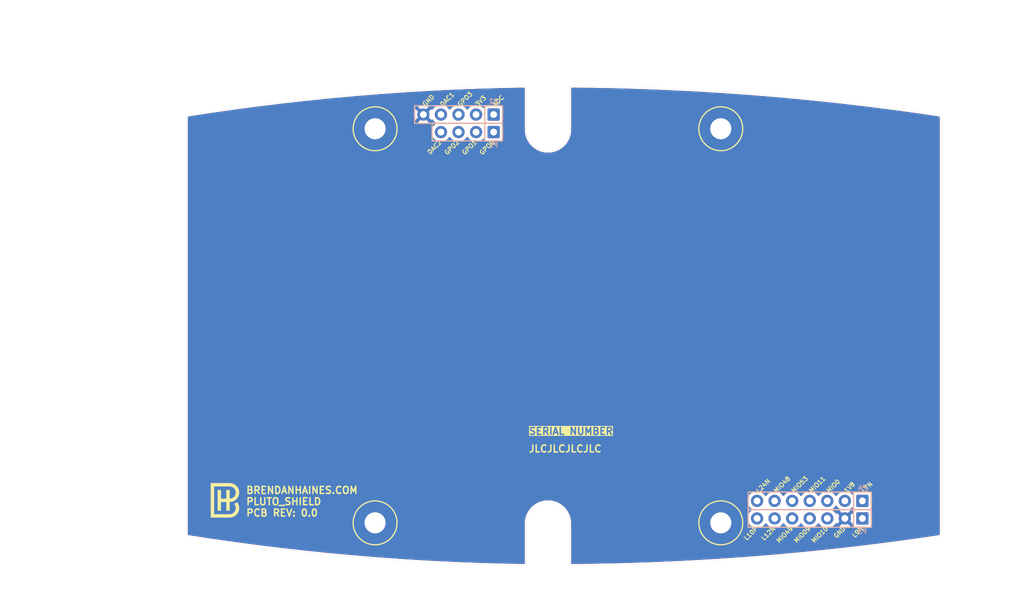
<source format=kicad_pcb>
(kicad_pcb (version 20240108) (generator "pcbnew") (generator_version "8.0")
  (title_block (title "${PROJECT_NAME}") (rev "${PCB_REVISION}") (company "BRENDANHAINES.COM"))
  (layers (0 "F.Cu" signal) (1 "In1.Cu" signal) (2 "In2.Cu" signal) (31 "B.Cu" signal) (34 "B.Paste" user) (35 "F.Paste" user) (36 "B.SilkS" user "B.Silkscreen") (37 "F.SilkS" user "F.Silkscreen") (38 "B.Mask" user) (39 "F.Mask" user) (44 "Edge.Cuts" user))
  (property "PCB_REVISION" "0.0")
  (property "PROJECT_NAME" "PLUTO_SHIELD")
  (net 0 "")
  (net 1 "GND")
  (net 2 "/GPO1")
  (net 3 "/GPO2")
  (net 4 "/DAC2")
  (net 5 "/GPO0")
  (net 6 "/ADC")
  (net 7 "/DAC1")
  (net 8 "/GPO3")
  (net 9 "VDC_3V3")
  (net 10 "/L12N")
  (net 11 "/L9N")
  (net 12 "/L10P")
  (net 13 "/MIO49")
  (net 14 "/MIO09")
  (net 15 "/MIO10")
  (net 16 "/MIO48")
  (net 17 "/MIO11")
  (net 18 "/L24N")
  (net 19 "/MIO0")
  (net 20 "/L7N")
  (net 21 "VDC_1V8")
  (net 22 "/MIO53")
  (footprint "common:MH120X230_#4" (layer "F.Cu") (at 130.0099 123.19)
    (property "Reference" "MH3" (hide yes))
    (property "Value" "Mounting_Hole" (hide yes))
    (fp_circle (center 0 0) (end 3.175 0) (stroke (width 0.1778)) (fill none) (layer "F.SilkS"))
    (pad "1" thru_hole circle (at 0 0) (size 5.842 5.842) (drill 3.048) (layers "*.Cu" "*.Mask") (net 1 "GND"))
  )
  (footprint "common:LOGO_BH" (layer "F.Cu") (at 58.7265 122.3445)
    (property "Reference" "LOGO1" (hide yes))
    (property "Value" "~" (hide yes))
    (fp_poly (pts (xy 0.340334 -4.906285) (xy 0.426334 -4.89815) (xy 0.511644 -4.88464) (xy 0.595939 -4.865795) (xy 0.678894 -4.8417) (xy 0.760165 -4.81244) (xy 0.839439 -4.778135) (xy 0.916405 -4.73892) (xy 0.990754 -4.69495) (xy 1.062204 -4.646395) (xy 1.130454 -4.59345) (xy 1.195245 -4.536325) (xy 1.256325 -4.475245) (xy 1.313449 -4.410455) (xy 1.366394 -4.342205) (xy 1.414949 -4.270755) (xy 1.45892 -4.196405) (xy 1.498135 -4.11944) (xy 1.532439 -4.040165) (xy 1.561699 -3.958895) (xy 1.585795 -3.87594) (xy 1.60464 -3.791645) (xy 1.61815 -3.706335) (xy 1.626285 -3.620335) (xy 1.629 -3.534) (xy 1.626285 -3.447665) (xy 1.61815 -3.361665) (xy 1.60464 -3.276355) (xy 1.585795 -3.19206) (xy 1.561699 -3.109105) (xy 1.532439 -3.027835) (xy 1.498135 -2.94856) (xy 1.45892 -2.871594) (xy 1.414949 -2.797245) (xy 1.366395 -2.725796) (xy 1.31345 -2.657543) (xy 1.256325 -2.592754) (xy 1.195245 -2.531674) (xy 1.130455 -2.474552) (xy 1.062205 -2.421604) (xy 0.990755 -2.373051) (xy 0.916405 -2.329083) (xy 0.83944 -2.289867) (xy 0.760165 -2.255558) (xy 0.678895 -2.226299) (xy 0.59594 -2.202206) (xy 0.511645 -2.183361) (xy 0.426335 -2.169849) (xy 0.340335 -2.161717) (xy 0.254 -2.159) (xy 0.254 -0.909001) (xy -0.246 -0.909001) (xy -0.246 -2.159) (xy -0.996 -2.159) (xy -0.996 -0.909001) (xy -1.496 -0.909001) (xy -1.496 -3.909) (xy -0.996 -3.909) (xy -0.996 -2.659) (xy -0.246 -2.659) (xy -0.246 -3.909) (xy 0.254 -3.909) (xy 0.254 -2.659) (xy 0.30894 -2.660733) (xy 0.363665 -2.665905) (xy 0.417955 -2.674503) (xy 0.4716 -2.686497) (xy 0.524385 -2.701832) (xy 0.576105 -2.720448) (xy 0.62655 -2.742283) (xy 0.67553 -2.767238) (xy 0.72284 -2.795215) (xy 0.768305 -2.826115) (xy 0.81174 -2.859806) (xy 0.852975 -2.89616) (xy 0.89184 -2.935025) (xy 0.928195 -2.97626) (xy 0.961885 -3.019695) (xy 0.992785 -3.06516) (xy 1.02076 -3.11247) (xy 1.04572 -3.16145) (xy 1.067555 -3.211895) (xy 1.08617 -3.263615) (xy 1.101505 -3.3164) (xy 1.113495 -3.370045) (xy 1.122094 -3.424335) (xy 1.12727 -3.47906) (xy 1.129 -3.534) (xy 1.12727 -3.58894) (xy 1.122094 -3.643665) (xy 1.113495 -3.697955) (xy 1.101505 -3.7516) (xy 1.08617 -3.804386) (xy 1.067555 -3.856106) (xy 1.04572 -3.90655) (xy 1.02076 -3.95553) (xy 0.992785 -4.00284) (xy 0.961885 -4.048305) (xy 0.928195 -4.09174) (xy 0.89184 -4.132975) (xy 0.852975 -4.17184) (xy 0.81174 -4.208195) (xy 0.768305 -4.241885) (xy 0.72284 -4.272785) (xy 0.67553 -4.30076) (xy 0.62655 -4.32572) (xy 0.576105 -4.347555) (xy 0.524385 -4.36617) (xy 0.4716 -4.381505) (xy 0.417955 -4.393495) (xy 0.363665 -4.402095) (xy 0.30894 -4.40727) (xy 0.254 -4.409) (xy -1.996 -4.409) (xy -1.996 -0.409001) (xy 0.254 -0.409001) (xy 0.30894 -0.410731) (xy 0.363665 -0.415906) (xy 0.417955 -0.424506) (xy 0.4716 -0.436496) (xy 0.524385 -0.451831) (xy 0.576105 -0.470446) (xy 0.62655 -0.492281) (xy 0.67553 -0.517241) (xy 0.72284 -0.545216) (xy 0.768305 -0.576116) (xy 0.81174 -0.609806) (xy 0.852975 -0.646161) (xy 0.89184 -0.685026) (xy 0.928195 -0.726261) (xy 0.961885 -0.769696) (xy 0.992785 -0.815161) (xy 1.02076 -0.862471) (xy 1.04572 -0.911451) (xy 1.067555 -0.961896) (xy 1.08617 -1.013615) (xy 1.101505 -1.066401) (xy 1.113495 -1.120046) (xy 1.122094 -1.174336) (xy 1.12727 -1.229061) (xy 1.129 -1.284001) (xy 1.12727 -1.338941) (xy 1.122094 -1.393666) (xy 1.113495 -1.447956) (xy 1.101505 -1.501601) (xy 1.08617 -1.554386) (xy 1.067555 -1.606106) (xy 1.04572 -1.65655) (xy 1.02076 -1.705531) (xy 0.992785 -1.752841) (xy 0.961885 -1.798306) (xy 0.928195 -1.841741) (xy 0.89184 -1.882976) (xy 0.87594 -1.898876) (xy 0.89821 -1.906896) (xy 0.99911 -1.950558) (xy 1.097065 -2.00047) (xy 1.19169 -2.056431) (xy 1.28262 -2.118222) (xy 1.32232 -2.149022) (xy 1.366395 -2.092205) (xy 1.414949 -2.020756) (xy 1.45892 -1.946408) (xy 1.498135 -1.869441) (xy 1.53244 -1.790166) (xy 1.5617 -1.708896) (xy 1.585795 -1.625941) (xy 1.60464 -1.541646) (xy 1.61815 -1.456336) (xy 1.626285 -1.370336) (xy 1.629 -1.284001) (xy 1.626285 -1.197666) (xy 1.61815 -1.111666) (xy 1.60464 -1.026356) (xy 1.585795 -0.942061) (xy 1.5617 -0.859106) (xy 1.53244 -0.777836) (xy 1.498135 -0.698561) (xy 1.45892 -0.621596) (xy 1.414949 -0.547247) (xy 1.366395 -0.475796) (xy 1.31345 -0.407547) (xy 1.256325 -0.342756) (xy 1.195245 -0.281676) (xy 1.130455 -0.224551) (xy 1.062205 -0.171607) (xy 0.990755 -0.123051) (xy 0.916405 -0.079081) (xy 0.83944 -0.039866) (xy 0.760165 -0.005561) (xy 0.678895 0.023699) (xy 0.59594 0.047794) (xy 0.511645 0.066639) (xy 0.426335 0.080149) (xy 0.340335 0.088284) (xy 0.254 0.090999) (xy -2.496 0.090999) (xy -2.496 -4.909) (xy 0.254 -4.909)) (fill solid) (layer "F.SilkS"))
  )
  (footprint "common:MH120X230_#4" (layer "F.Cu") (at 130.0099 66.1924)
    (property "Reference" "MH2" (hide yes))
    (property "Value" "Mounting_Hole" (hide yes))
    (fp_circle (center 0 0) (end 3.175 0) (stroke (width 0.1778)) (fill none) (layer "F.SilkS"))
    (pad "1" thru_hole circle (at 0 0) (size 5.842 5.842) (drill 3.048) (layers "*.Cu" "*.Mask") (net 1 "GND"))
  )
  (footprint "common:MH120X230_#4" (layer "F.Cu") (at 80.01 123.19)
    (property "Reference" "MH4" (hide yes))
    (property "Value" "Mounting_Hole" (hide yes))
    (fp_circle (center 0 0) (end 3.175 0) (stroke (width 0.1778)) (fill none) (layer "F.SilkS"))
    (pad "1" thru_hole circle (at 0 0) (size 5.842 5.842) (drill 3.048) (layers "*.Cu" "*.Mask") (net 1 "GND"))
  )
  (footprint "common:MH120X230_#4" (layer "F.Cu") (at 80.01 66.1924)
    (property "Reference" "MH1" (hide yes))
    (property "Value" "Mounting_Hole" (hide yes))
    (fp_circle (center 0 0) (end 3.175 0) (stroke (width 0.1778)) (fill none) (layer "F.SilkS"))
    (pad "1" thru_hole circle (at 0 0) (size 5.842 5.842) (drill 3.048) (layers "*.Cu" "*.Mask") (net 1 "GND"))
  )
  (footprint "common:PinHeader_1x07_P2.54mm_Vertical" (layer "B.Cu") (at 150.495 120.015 180)
    (property "Reference" "P4" (at 0 1.905 0) (layer "B.SilkS") (effects (font (size 0.635 0.635) (thickness 0.127)) (justify mirror)))
    (property "Value" "Header_1_7" (hide yes))
    (fp_line (start 16.51 1.27) (end -1.27 1.27) (stroke (width 0.1778)) (layer "B.SilkS"))
    (fp_line (start 16.51 -1.27) (end 16.51 1.27) (stroke (width 0.1778)) (layer "B.SilkS"))
    (fp_line (start 1.27 -1.27) (end 1.27 1.27) (stroke (width 0.1778)) (layer "B.SilkS"))
    (fp_line (start -1.27 1.27) (end -1.27 -1.27) (stroke (width 0.1778)) (layer "B.SilkS"))
    (fp_line (start -1.27 -1.27) (end 16.51 -1.27) (stroke (width 0.1778)) (layer "B.SilkS"))
    (pad "1" thru_hole roundrect (at 0 0 180) (size 1.778 1.778) (drill 0.9906) (layers "*.Cu" "*.Mask") (roundrect_rratio 0.1) (net 20 "/L7N"))
    (pad "2" thru_hole circle (at 2.54 0 180) (size 1.778 1.778) (drill 0.9906) (layers "*.Cu" "*.Mask") (net 21 "VDC_1V8"))
    (pad "3" thru_hole circle (at 5.08 0 180) (size 1.778 1.778) (drill 0.9906) (layers "*.Cu" "*.Mask") (net 19 "/MIO0"))
    (pad "4" thru_hole circle (at 7.62 0 180) (size 1.778 1.778) (drill 0.9906) (layers "*.Cu" "*.Mask") (net 17 "/MIO11"))
    (pad "5" thru_hole circle (at 10.16 0 180) (size 1.778 1.778) (drill 0.9906) (layers "*.Cu" "*.Mask") (net 22 "/MIO53"))
    (pad "6" thru_hole circle (at 12.7 0 180) (size 1.778 1.778) (drill 0.9906) (layers "*.Cu" "*.Mask") (net 16 "/MIO48"))
    (pad "7" thru_hole circle (at 15.24 0 180) (size 1.778 1.778) (drill 0.9906) (layers "*.Cu" "*.Mask") (net 18 "/L24N"))
  )
  (footprint "common:PinHeader_1x07_P2.54mm_Vertical" (layer "B.Cu") (at 150.495 122.555 180)
    (property "Reference" "P3" (at 0 -1.905 0) (layer "B.SilkS") (effects (font (size 0.635 0.635) (thickness 0.127)) (justify mirror)))
    (property "Value" "Header_1_7" (hide yes))
    (fp_line (start 16.51 1.27) (end -1.27 1.27) (stroke (width 0.1778)) (layer "B.SilkS"))
    (fp_line (start 16.51 -1.27) (end 16.51 1.27) (stroke (width 0.1778)) (layer "B.SilkS"))
    (fp_line (start 1.27 -1.27) (end 1.27 1.27) (stroke (width 0.1778)) (layer "B.SilkS"))
    (fp_line (start -1.27 1.27) (end -1.27 -1.27) (stroke (width 0.1778)) (layer "B.SilkS"))
    (fp_line (start -1.27 -1.27) (end 16.51 -1.27) (stroke (width 0.1778)) (layer "B.SilkS"))
    (pad "1" thru_hole roundrect (at 0 0 180) (size 1.778 1.778) (drill 0.9906) (layers "*.Cu" "*.Mask") (roundrect_rratio 0.1) (net 11 "/L9N"))
    (pad "2" thru_hole circle (at 2.54 0 180) (size 1.778 1.778) (drill 0.9906) (layers "*.Cu" "*.Mask") (net 1 "GND"))
    (pad "3" thru_hole circle (at 5.08 0 180) (size 1.778 1.778) (drill 0.9906) (layers "*.Cu" "*.Mask") (net 15 "/MIO10"))
    (pad "4" thru_hole circle (at 7.62 0 180) (size 1.778 1.778) (drill 0.9906) (layers "*.Cu" "*.Mask") (net 14 "/MIO09"))
    (pad "5" thru_hole circle (at 10.16 0 180) (size 1.778 1.778) (drill 0.9906) (layers "*.Cu" "*.Mask") (net 13 "/MIO49"))
    (pad "6" thru_hole circle (at 12.7 0 180) (size 1.778 1.778) (drill 0.9906) (layers "*.Cu" "*.Mask") (net 10 "/L12N"))
    (pad "7" thru_hole circle (at 15.24 0 180) (size 1.778 1.778) (drill 0.9906) (layers "*.Cu" "*.Mask") (net 12 "/L10P"))
  )
  (footprint "common:PinHeader_1x04_P2.54mm_Vertical" (layer "B.Cu") (at 97.155 66.675 180)
    (property "Reference" "P1" (at 0 -1.905 0) (layer "B.SilkS") (effects (font (size 0.635 0.635) (thickness 0.127)) (justify mirror)))
    (property "Value" "Header_1_4" (hide yes))
    (fp_line (start 8.89 1.27) (end -1.27 1.27) (stroke (width 0.1778)) (layer "B.SilkS"))
    (fp_line (start 8.89 -1.27) (end 8.89 1.27) (stroke (width 0.1778)) (layer "B.SilkS"))
    (fp_line (start 1.27 -1.27) (end 1.27 1.27) (stroke (width 0.1778)) (layer "B.SilkS"))
    (fp_line (start -1.27 1.27) (end -1.27 -1.27) (stroke (width 0.1778)) (layer "B.SilkS"))
    (fp_line (start -1.27 -1.27) (end 8.89 -1.27) (stroke (width 0.1778)) (layer "B.SilkS"))
    (pad "1" thru_hole roundrect (at 0 0 180) (size 1.778 1.778) (drill 0.9906) (layers "*.Cu" "*.Mask") (roundrect_rratio 0.1) (net 5 "/GPO0"))
    (pad "2" thru_hole circle (at 2.54 0 180) (size 1.778 1.778) (drill 0.9906) (layers "*.Cu" "*.Mask") (net 2 "/GPO1"))
    (pad "3" thru_hole circle (at 5.08 0 180) (size 1.778 1.778) (drill 0.9906) (layers "*.Cu" "*.Mask") (net 3 "/GPO2"))
    (pad "4" thru_hole circle (at 7.62 0 180) (size 1.778 1.778) (drill 0.9906) (layers "*.Cu" "*.Mask") (net 4 "/DAC2"))
  )
  (footprint "common:PinHeader_1x05_P2.54mm_Vertical" (layer "B.Cu") (at 97.155 64.135 180)
    (property "Reference" "P2" (at 0 1.905 0) (layer "B.SilkS") (effects (font (size 0.635 0.635) (thickness 0.127)) (justify mirror)))
    (property "Value" "Header_1_5" (hide yes))
    (fp_line (start 11.43 1.27) (end -1.27 1.27) (stroke (width 0.1778)) (layer "B.SilkS"))
    (fp_line (start 11.43 -1.27) (end 11.43 1.27) (stroke (width 0.1778)) (layer "B.SilkS"))
    (fp_line (start 1.27 -1.27) (end 1.27 1.27) (stroke (width 0.1778)) (layer "B.SilkS"))
    (fp_line (start -1.27 1.27) (end -1.27 -1.27) (stroke (width 0.1778)) (layer "B.SilkS"))
    (fp_line (start -1.27 -1.27) (end 11.43 -1.27) (stroke (width 0.1778)) (layer "B.SilkS"))
    (pad "1" thru_hole roundrect (at 0 0 180) (size 1.778 1.778) (drill 0.9906) (layers "*.Cu" "*.Mask") (roundrect_rratio 0.1) (net 6 "/ADC"))
    (pad "2" thru_hole circle (at 2.54 0 180) (size 1.778 1.778) (drill 0.9906) (layers "*.Cu" "*.Mask") (net 9 "VDC_3V3"))
    (pad "3" thru_hole circle (at 5.08 0 180) (size 1.778 1.778) (drill 0.9906) (layers "*.Cu" "*.Mask") (net 8 "/GPO3"))
    (pad "4" thru_hole circle (at 7.62 0 180) (size 1.778 1.778) (drill 0.9906) (layers "*.Cu" "*.Mask") (net 7 "/DAC1"))
    (pad "5" thru_hole circle (at 10.16 0 180) (size 1.778 1.778) (drill 0.9906) (layers "*.Cu" "*.Mask") (net 1 "GND"))
  )
  (gr_line (start 52.7304 64.262) (end 52.7304 125.1204) (stroke (width 0.0254)) (layer "Edge.Cuts"))
  (gr_line (start 101.854 123.2916) (end 101.854 129.3368) (stroke (width 0.0254)) (layer "Edge.Cuts"))
  (gr_arc (start 52.7304 64.262) (mid 77.21685 61.27593) (end 101.854 60.0456) (stroke (width 0.0254)) (layer "Edge.Cuts"))
  (gr_arc (start 108.1786 60.0456) (mid 135.10175 61.194225) (end 161.8742 64.262) (stroke (width 0.0254)) (layer "Edge.Cuts"))
  (gr_line (start 161.8742 64.262) (end 161.8742 125.1204) (stroke (width 0.0254)) (layer "Edge.Cuts"))
  (gr_line (start 108.1786 66.294) (end 108.1786 60.0456) (stroke (width 0.0254)) (layer "Edge.Cuts"))
  (gr_arc (start 101.854 123.2916) (mid 105.0163 120.1293) (end 108.1786 123.2916) (stroke (width 0.0254)) (layer "Edge.Cuts"))
  (gr_arc (start 101.854 129.3368) (mid 77.21685 128.10647) (end 52.7304 125.1204) (stroke (width 0.0254)) (layer "Edge.Cuts"))
  (gr_arc (start 161.8742 125.1204) (mid 135.10175 128.188175) (end 108.1786 129.3368) (stroke (width 0.0254)) (layer "Edge.Cuts"))
  (gr_arc (start 108.1786 66.294) (mid 105.0163 69.4563) (end 101.854 66.294) (stroke (width 0.0254)) (layer "Edge.Cuts"))
  (gr_line (start 108.1786 123.2916) (end 108.1786 129.3368) (stroke (width 0.0254)) (layer "Edge.Cuts"))
  (gr_line (start 101.854 66.294) (end 101.854 60.0456) (stroke (width 0.0254)) (layer "Edge.Cuts"))
  (gr_text "JLCJLCJLCJLC" (at 102.1605 113.0735 0) (layer "F.SilkS") (effects (font (size 1.016 1.016) (thickness 0.2032) (bold yes)) (justify left bottom)))
  (gr_text "L7N" (at 150.495 118.745 45) (layer "F.SilkS") (effects (font (size 0.635 0.635) (thickness 0.127) (bold yes)) (justify left)))
  (gr_text "GND" (at 147.955 123.825 45) (layer "F.SilkS") (effects (font (size 0.635 0.635) (thickness 0.127) (bold yes)) (justify right)))
  (gr_text "MIO09" (at 142.875 123.825 45) (layer "F.SilkS") (effects (font (size 0.635 0.635) (thickness 0.127) (bold yes)) (justify right)))
  (gr_text "GND" (at 86.995 62.865 45) (layer "F.SilkS") (effects (font (size 0.635 0.635) (thickness 0.127) (bold yes)) (justify left)))
  (gr_text "MIO53" (at 140.335 118.745 45) (layer "F.SilkS") (effects (font (size 0.635 0.635) (thickness 0.127) (bold yes)) (justify left)))
  (gr_text "BRENDANHAINES.COM\n${PROJECT_NAME}\nPCB REV: ${PCB_REVISION}" (at 61.2665 122.3445 0) (layer "F.SilkS") (effects (font (size 1.016 1.016) (thickness 0.2032) (bold yes)) (justify left bottom)))
  (gr_text "GPO0" (at 97.155 67.945 45) (layer "F.SilkS") (effects (font (size 0.635 0.635) (thickness 0.127) (bold yes)) (justify right)))
  (gr_text "1V8" (at 147.955 118.745 45) (layer "F.SilkS") (effects (font (size 0.635 0.635) (thickness 0.127) (bold yes)) (justify left)))
  (gr_text "L24N" (at 135.255 118.745 45) (layer "F.SilkS") (effects (font (size 0.635 0.635) (thickness 0.127) (bold yes)) (justify left)))
  (gr_text "SERIAL NUMBER" (at 102.1605 110.5335 0) (layer "F.SilkS" knockout) (effects (font (size 1.016 1.016) (thickness 0.2032) (bold yes)) (justify left bottom)))
  (gr_text "L9N" (at 150.495 123.825 45) (layer "F.SilkS") (effects (font (size 0.635 0.635) (thickness 0.127) (bold yes)) (justify right)))
  (gr_text "ADC" (at 97.155 62.865 45) (layer "F.SilkS") (effects (font (size 0.635 0.635) (thickness 0.127) (bold yes)) (justify left)))
  (gr_text "DAC2" (at 89.535 67.945 45) (layer "F.SilkS") (effects (font (size 0.635 0.635) (thickness 0.127) (bold yes)) (justify right)))
  (gr_text "L10P" (at 135.255 123.825 45) (layer "F.SilkS") (effects (font (size 0.635 0.635) (thickness 0.127) (bold yes)) (justify right)))
  (gr_text "MIO48" (at 137.795 118.745 45) (layer "F.SilkS") (effects (font (size 0.635 0.635) (thickness 0.127) (bold yes)) (justify left)))
  (gr_text "L12N" (at 137.795 123.825 45) (layer "F.SilkS") (effects (font (size 0.635 0.635) (thickness 0.127) (bold yes)) (justify right)))
  (gr_text "GPO3" (at 92.075 62.865 45) (layer "F.SilkS") (effects (font (size 0.635 0.635) (thickness 0.127) (bold yes)) (justify left)))
  (gr_text "DAC1" (at 89.535 62.865 45) (layer "F.SilkS") (effects (font (size 0.635 0.635) (thickness 0.127) (bold yes)) (justify left)))
  (gr_text "MIO0" (at 145.415 118.745 45) (layer "F.SilkS") (effects (font (size 0.635 0.635) (thickness 0.127) (bold yes)) (justify left)))
  (gr_text "GPO1" (at 94.615 67.945 45) (layer "F.SilkS") (effects (font (size 0.635 0.635) (thickness 0.127) (bold yes)) (justify right)))
  (gr_text "MIO11" (at 142.875 118.745 45) (layer "F.SilkS") (effects (font (size 0.635 0.635) (thickness 0.127) (bold yes)) (justify left)))
  (gr_text "MIO10" (at 145.415 123.825 45) (layer "F.SilkS") (effects (font (size 0.635 0.635) (thickness 0.127) (bold yes)) (justify right)))
  (gr_text "3V3" (at 94.615 62.865 45) (layer "F.SilkS") (effects (font (size 0.635 0.635) (thickness 0.127) (bold yes)) (justify left)))
  (gr_text "MIO49" (at 140.335 123.825 45) (layer "F.SilkS") (effects (font (size 0.635 0.635) (thickness 0.127) (bold yes)) (justify right)))
  (gr_text "GPO2" (at 92.075 67.945 45) (layer "F.SilkS") (effects (font (size 0.635 0.635) (thickness 0.127) (bold yes)) (justify right)))
  (zone (net 1) (net_name "GND") (layers "F.Cu" "In1.Cu" "In2.Cu" "B.Cu") (connect_pads (clearance 0.5)) (min_thickness 0.25) (fill yes (thermal_gap 0.5) (thermal_bridge_width 0.5))
    (polygon (pts (xy 52.07 133.35) (xy 52.07 57.15) (xy 163.83 57.15) (xy 163.83 133.35)))
  )
)
</source>
